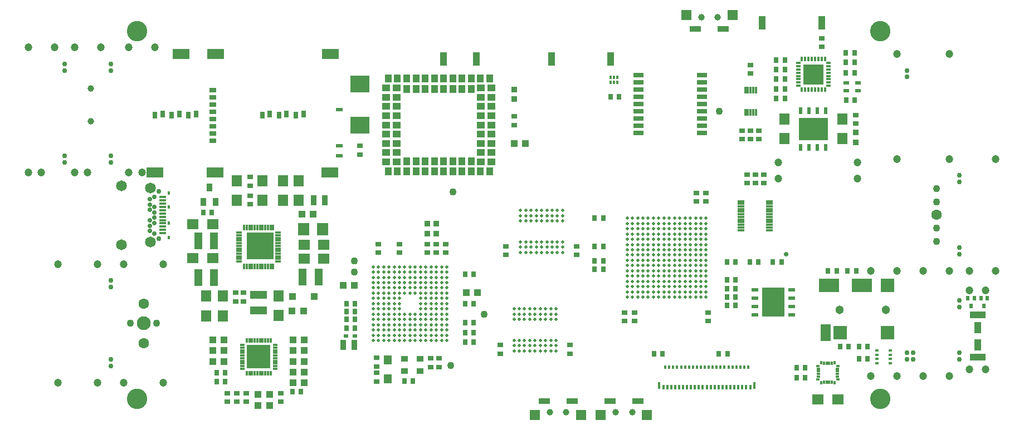
<source format=gbr>
G04 EAGLE Gerber RS-274X export*
G75*
%MOMM*%
%FSLAX34Y34*%
%LPD*%
%AMOC8*
5,1,8,0,0,1.08239X$1,22.5*%
G01*
%ADD10C,1.601600*%
%ADD11C,1.101600*%
%ADD12C,0.751600*%
%ADD13C,2.101600*%
%ADD14C,0.501600*%
%ADD15R,0.660400X0.863600*%
%ADD16R,0.401600X0.771600*%
%ADD17R,0.451600X1.101600*%
%ADD18R,0.401600X0.601600*%
%ADD19R,1.501600X1.701600*%
%ADD20R,0.863600X0.660400*%
%ADD21R,0.901600X0.901600*%
%ADD22R,0.863600X0.609600*%
%ADD23R,3.601600X3.601600*%
%ADD24R,0.301600X0.751600*%
%ADD25R,0.751600X0.301600*%
%ADD26R,1.778000X0.914400*%
%ADD27R,1.501600X1.501600*%
%ADD28C,1.001600*%
%ADD29R,0.990600X1.117600*%
%ADD30R,1.117600X0.863600*%
%ADD31R,1.244600X1.371600*%
%ADD32R,1.117600X0.990600*%
%ADD33R,1.101600X2.101600*%
%ADD34R,2.101600X2.101600*%
%ADD35R,3.101600X2.101600*%
%ADD36R,1.601600X2.601600*%
%ADD37C,1.301600*%
%ADD38R,0.401600X0.701600*%
%ADD39R,0.701600X0.401600*%
%ADD40R,3.101600X3.101600*%
%ADD41C,0.711200*%
%ADD42R,1.001600X0.401600*%
%ADD43C,1.641600*%
%ADD44R,0.601600X0.451600*%
%ADD45R,0.701600X0.601600*%
%ADD46R,0.901600X1.601600*%
%ADD47R,0.351600X0.501600*%
%ADD48R,0.351600X0.601600*%
%ADD49R,0.501600X0.351600*%
%ADD50R,0.601600X0.351600*%
%ADD51R,0.331600X1.101600*%
%ADD52C,1.201600*%
%ADD53R,0.601600X1.101600*%
%ADD54R,4.401600X3.501600*%
%ADD55R,1.101600X0.601600*%
%ADD56R,3.501600X4.401600*%
%ADD57R,1.001600X1.201600*%
%ADD58R,1.201600X1.001600*%
%ADD59R,1.101600X0.751600*%
%ADD60R,0.751600X1.101600*%
%ADD61R,2.501600X1.501600*%
%ADD62R,0.301600X0.951600*%
%ADD63R,0.951600X0.301600*%
%ADD64R,4.151600X4.151600*%
%ADD65R,1.301600X2.601600*%
%ADD66R,2.601600X1.301600*%
%ADD67R,1.701600X1.904600*%
%ADD68R,1.117600X1.117600*%
%ADD69R,1.701600X1.501600*%
%ADD70R,2.901600X2.501600*%
%ADD71R,1.001600X0.331600*%
%ADD72R,0.863600X1.168400*%
%ADD73R,2.401600X1.001600*%
%ADD74R,1.101600X1.701600*%
%ADD75R,0.501600X0.751600*%
%ADD76R,1.601600X0.801600*%
%ADD77C,0.701600*%
%ADD78C,3.101600*%


D10*
X1250000Y315000D03*
D11*
X1250000Y295000D03*
X1250000Y275000D03*
X1250000Y335000D03*
X1250000Y355000D03*
D12*
X-5000Y545000D03*
X-5000Y535000D03*
X-5000Y405000D03*
X-5000Y395000D03*
X-5000Y215000D03*
X-5000Y205000D03*
X-5000Y95000D03*
X-5000Y85000D03*
X1205000Y535000D03*
X1205000Y525000D03*
X1285000Y375000D03*
X1285000Y365000D03*
X1285000Y265000D03*
X1285000Y255000D03*
X1205000Y105000D03*
X1205000Y95000D03*
X1215000Y105000D03*
X1215000Y95000D03*
D13*
X45000Y150000D03*
D10*
X45000Y180000D03*
X45000Y120000D03*
D11*
X25000Y150000D03*
X65000Y150000D03*
D12*
X-75000Y395000D03*
X-75000Y405000D03*
X-75000Y535000D03*
X-75000Y545000D03*
X1285000Y185000D03*
X1285000Y175000D03*
X1285000Y95000D03*
X1285000Y105000D03*
D14*
X672000Y172000D03*
X672000Y164000D03*
X672000Y156000D03*
X672000Y124000D03*
X672000Y116000D03*
X672000Y108000D03*
X664000Y172000D03*
X664000Y164000D03*
X664000Y156000D03*
X664000Y124000D03*
X664000Y116000D03*
X664000Y108000D03*
X656000Y172000D03*
X656000Y164000D03*
X656000Y156000D03*
X656000Y124000D03*
X656000Y116000D03*
X656000Y108000D03*
X648000Y172000D03*
X648000Y164000D03*
X648000Y156000D03*
X648000Y124000D03*
X648000Y116000D03*
X648000Y108000D03*
X640000Y172000D03*
X640000Y164000D03*
X640000Y156000D03*
X640000Y124000D03*
X640000Y116000D03*
X640000Y108000D03*
X632000Y172000D03*
X632000Y164000D03*
X632000Y156000D03*
X632000Y124000D03*
X632000Y116000D03*
X632000Y108000D03*
X624000Y172000D03*
X624000Y164000D03*
X624000Y156000D03*
X624000Y124000D03*
X624000Y116000D03*
X624000Y108000D03*
X616000Y172000D03*
X616000Y164000D03*
X616000Y156000D03*
X616000Y124000D03*
X616000Y116000D03*
X616000Y108000D03*
X608000Y172000D03*
X608000Y164000D03*
X608000Y156000D03*
X608000Y124000D03*
X608000Y116000D03*
X608000Y108000D03*
D15*
X944500Y190000D03*
X931500Y190000D03*
X944500Y203000D03*
X931500Y203000D03*
X546500Y136000D03*
X533500Y136000D03*
D16*
X835000Y53000D03*
D17*
X828750Y55650D03*
D18*
X838000Y83650D03*
D16*
X841000Y53000D03*
D18*
X844000Y83650D03*
D16*
X847000Y53000D03*
D18*
X850000Y83650D03*
D16*
X853000Y53000D03*
D18*
X856000Y83650D03*
D16*
X859000Y53000D03*
D18*
X862000Y83650D03*
D16*
X865000Y53000D03*
D18*
X868000Y83650D03*
D16*
X871000Y53000D03*
D18*
X874000Y83650D03*
D16*
X877000Y53000D03*
D18*
X880000Y83650D03*
D16*
X883000Y53000D03*
D18*
X886000Y83650D03*
D16*
X889000Y53000D03*
D18*
X892000Y83650D03*
D16*
X895000Y53000D03*
D18*
X898000Y83650D03*
D16*
X901000Y53000D03*
D18*
X904000Y83650D03*
D16*
X907000Y53000D03*
D18*
X910000Y83650D03*
D16*
X913000Y53000D03*
D18*
X916000Y83650D03*
D16*
X919000Y53000D03*
D18*
X922000Y83650D03*
D16*
X925000Y53000D03*
D18*
X928000Y83650D03*
D16*
X931000Y53000D03*
D18*
X934000Y83650D03*
D16*
X937000Y53000D03*
D18*
X940000Y83650D03*
D16*
X943000Y53000D03*
D18*
X946000Y83650D03*
D16*
X949000Y53000D03*
D18*
X952000Y83650D03*
D16*
X955000Y53000D03*
D18*
X958000Y83650D03*
D16*
X961000Y53000D03*
D18*
X964000Y83650D03*
D16*
X967000Y53000D03*
D17*
X973250Y55650D03*
D19*
X1107000Y461000D03*
X1107000Y431000D03*
D15*
X1019500Y551000D03*
X1006500Y551000D03*
X1112500Y562000D03*
X1125500Y562000D03*
X1125500Y547000D03*
X1112500Y547000D03*
D20*
X1127500Y467000D03*
X1127500Y454000D03*
D15*
X1006500Y536500D03*
X1019500Y536500D03*
D21*
X1127500Y425500D03*
X1127500Y440500D03*
D22*
X1130625Y516300D03*
X1112963Y516300D03*
X1112963Y503700D03*
X1130625Y503700D03*
D15*
X1126000Y490000D03*
X1113000Y490000D03*
X1112500Y531500D03*
X1125500Y531500D03*
D23*
X220000Y99000D03*
D24*
X238000Y123800D03*
X234000Y123800D03*
X230000Y123800D03*
X226000Y123800D03*
X222000Y123800D03*
X218000Y123800D03*
X214000Y123800D03*
X210000Y123800D03*
X206000Y123800D03*
X202000Y123800D03*
D25*
X195200Y117000D03*
X195200Y113000D03*
X195200Y109000D03*
X195200Y105000D03*
X195200Y101000D03*
X195200Y97000D03*
X195200Y93000D03*
X195200Y89000D03*
X195200Y85000D03*
X195200Y81000D03*
D24*
X202000Y74200D03*
X206000Y74200D03*
X210000Y74200D03*
X214000Y74200D03*
X218000Y74200D03*
X222000Y74200D03*
X226000Y74200D03*
X230000Y74200D03*
X234000Y74200D03*
X238000Y74200D03*
D25*
X244800Y81000D03*
X244800Y85000D03*
X244800Y89000D03*
X244800Y93000D03*
X244800Y97000D03*
X244800Y101000D03*
X244800Y105000D03*
X244800Y109000D03*
X244800Y113000D03*
X244800Y117000D03*
D26*
X883750Y598000D03*
X926250Y598000D03*
D27*
X870000Y619250D03*
X940000Y619250D03*
D28*
X892500Y615500D03*
X917500Y615500D03*
D26*
X796250Y32000D03*
X753750Y32000D03*
D27*
X810000Y10750D03*
X740000Y10750D03*
D28*
X787500Y14500D03*
X762500Y14500D03*
D26*
X696250Y32000D03*
X653750Y32000D03*
D27*
X710000Y10750D03*
X640000Y10750D03*
D28*
X687500Y14500D03*
X662500Y14500D03*
D29*
X365500Y208000D03*
X348500Y208000D03*
X535500Y197000D03*
X552500Y197000D03*
D30*
X465300Y95975D03*
X441288Y95975D03*
X441288Y77025D03*
X465300Y77025D03*
D15*
X454500Y62500D03*
X441500Y62500D03*
D20*
X481000Y83500D03*
X481000Y96500D03*
X494000Y83500D03*
X494000Y96500D03*
D15*
X353500Y168000D03*
X366500Y168000D03*
X353500Y156000D03*
X366500Y156000D03*
D31*
X415950Y65613D03*
X415950Y94388D03*
D20*
X399000Y84500D03*
X399000Y97500D03*
X399000Y74500D03*
X399000Y61500D03*
D29*
X150500Y125000D03*
X167500Y125000D03*
D32*
X236500Y25150D03*
X236500Y42150D03*
X218700Y25000D03*
X218700Y42000D03*
D15*
X1114900Y230000D03*
X1127900Y230000D03*
X1116400Y114800D03*
X1103400Y114800D03*
X1132500Y114800D03*
X1145500Y114800D03*
X1098500Y230000D03*
X1085500Y230000D03*
D20*
X201000Y43500D03*
X201000Y30500D03*
D29*
X289500Y125000D03*
X272500Y125000D03*
X150500Y92000D03*
X167500Y92000D03*
X150500Y109000D03*
X167500Y109000D03*
D15*
X156200Y75000D03*
X169200Y75000D03*
D20*
X187000Y30500D03*
X187000Y43500D03*
X172000Y30500D03*
X172000Y43500D03*
D15*
X156200Y61250D03*
X169200Y61250D03*
D29*
X272500Y109000D03*
X289500Y109000D03*
X272500Y92000D03*
X289500Y92000D03*
X289500Y76000D03*
X272500Y76000D03*
X289500Y60000D03*
X272500Y60000D03*
D20*
X903000Y166500D03*
X903000Y153500D03*
X967500Y530000D03*
X967500Y543000D03*
X975000Y363500D03*
X975000Y376500D03*
X703000Y254000D03*
X703000Y267000D03*
X595500Y254000D03*
X595500Y267000D03*
X587000Y104000D03*
X587000Y117000D03*
X900000Y335500D03*
X900000Y348500D03*
D15*
X271150Y46000D03*
X284150Y46000D03*
D20*
X254000Y43500D03*
X254000Y30500D03*
D33*
X501000Y552000D03*
X551000Y552000D03*
X1075500Y607000D03*
X985500Y607000D03*
D34*
X1175400Y207800D03*
D35*
X1136400Y207800D03*
X1086400Y207800D03*
D34*
X1175400Y135800D03*
X1103400Y135800D03*
D36*
X1081400Y135800D03*
D37*
X1103000Y170500D03*
X1173000Y170500D03*
D20*
X1075600Y570700D03*
X1075600Y583700D03*
D15*
X1019500Y492000D03*
X1006500Y492000D03*
X1006500Y506500D03*
X1019500Y506500D03*
D20*
X476000Y270500D03*
X476000Y257500D03*
D21*
X476000Y301500D03*
X476000Y286500D03*
D15*
X833500Y103500D03*
X820500Y103500D03*
D38*
X1080500Y552000D03*
X1075500Y552000D03*
X1070500Y552000D03*
X1065500Y552000D03*
X1060500Y552000D03*
X1055500Y552000D03*
X1050500Y552000D03*
X1045500Y552000D03*
D39*
X1040000Y546500D03*
X1040000Y541500D03*
X1040000Y536500D03*
X1040000Y531500D03*
X1040000Y526500D03*
X1040000Y521500D03*
X1040000Y516500D03*
X1040000Y511500D03*
D38*
X1045500Y506000D03*
X1050500Y506000D03*
X1055500Y506000D03*
X1060500Y506000D03*
X1065500Y506000D03*
X1070500Y506000D03*
X1075500Y506000D03*
X1080500Y506000D03*
D39*
X1086000Y511500D03*
X1086000Y516500D03*
X1086000Y521500D03*
X1086000Y526500D03*
X1086000Y531500D03*
X1086000Y536500D03*
X1086000Y541500D03*
X1086000Y546500D03*
D40*
X1063000Y529000D03*
D15*
X919500Y103500D03*
X932500Y103500D03*
D20*
X980500Y443500D03*
X980500Y430500D03*
D12*
X68250Y350750D03*
D41*
X61750Y342750D03*
X54750Y338750D03*
X54750Y330750D03*
X61750Y326750D03*
X54750Y322750D03*
X61750Y318750D03*
X61750Y310750D03*
X54750Y306750D03*
X61750Y302750D03*
X54750Y298750D03*
X54750Y290750D03*
X61750Y286750D03*
D12*
X68250Y278750D03*
D42*
X73850Y342250D03*
X73850Y337250D03*
X73850Y332250D03*
X73850Y327250D03*
X73850Y322250D03*
X73850Y317250D03*
X73850Y312250D03*
X73850Y307250D03*
X73850Y302250D03*
X73850Y297250D03*
X73850Y292250D03*
X73850Y287250D03*
D18*
X83750Y348450D03*
X83750Y327250D03*
X83750Y302250D03*
X83750Y280950D03*
D43*
X55750Y356050D03*
X55750Y273450D03*
X11850Y359650D03*
X11850Y269850D03*
D15*
X944500Y243000D03*
X931500Y243000D03*
X979500Y243000D03*
X966500Y243000D03*
X1014500Y243000D03*
X1001500Y243000D03*
X743500Y310000D03*
X730500Y310000D03*
D44*
X1180250Y108750D03*
X1180250Y102250D03*
X1180250Y95750D03*
X1180250Y89250D03*
X1159750Y89250D03*
X1159750Y95750D03*
X1159750Y102250D03*
X1159750Y108750D03*
D15*
X1145500Y96000D03*
X1132500Y96000D03*
X743500Y245000D03*
X730500Y245000D03*
D20*
X962000Y363500D03*
X962000Y376500D03*
D45*
X353000Y131000D03*
X366000Y131000D03*
D46*
X365500Y117000D03*
X348500Y117000D03*
D47*
X1095000Y90025D03*
D48*
X1091000Y89500D03*
X1087000Y89500D03*
X1083000Y89500D03*
X1079000Y89500D03*
D47*
X1075000Y90025D03*
D49*
X1069975Y85000D03*
D50*
X1070500Y81000D03*
X1070500Y77000D03*
X1070500Y73000D03*
X1070500Y69000D03*
D49*
X1069975Y65000D03*
D47*
X1075000Y59975D03*
D48*
X1079000Y60500D03*
X1083000Y60500D03*
X1087000Y60500D03*
X1091000Y60500D03*
D47*
X1095000Y59975D03*
D49*
X1100025Y65000D03*
D50*
X1099500Y69000D03*
X1099500Y73000D03*
X1099500Y77000D03*
X1099500Y81000D03*
D49*
X1100025Y85000D03*
D15*
X1050500Y67500D03*
X1037500Y67500D03*
D51*
X959500Y471000D03*
X963500Y471000D03*
X967500Y471000D03*
X971500Y471000D03*
X975500Y471000D03*
X975500Y505000D03*
X971500Y505000D03*
X967500Y505000D03*
X963500Y505000D03*
X959500Y505000D03*
D28*
X-35000Y507500D03*
X-35000Y457500D03*
D15*
X1006500Y521500D03*
X1019500Y521500D03*
D52*
X15000Y240000D03*
X75000Y240000D03*
X42500Y380000D03*
X62500Y570000D03*
X22500Y380000D03*
X22500Y570000D03*
X1190000Y400000D03*
X1150000Y230000D03*
X1190000Y230000D03*
X1150000Y70000D03*
X1190000Y70000D03*
X1190000Y560000D03*
X-40000Y380000D03*
X-60000Y380000D03*
X-20000Y570000D03*
X-60000Y570000D03*
X1270000Y400000D03*
X1230000Y230000D03*
X1270000Y230000D03*
X1230000Y70000D03*
X1270000Y70000D03*
X1270000Y560000D03*
X1340000Y230000D03*
X1300000Y230000D03*
X1340000Y400000D03*
D14*
X682000Y322000D03*
X682000Y314000D03*
X682000Y306000D03*
X682000Y274000D03*
X682000Y266000D03*
X682000Y258000D03*
X674000Y322000D03*
X674000Y314000D03*
X674000Y306000D03*
X674000Y274000D03*
X674000Y266000D03*
X674000Y258000D03*
X666000Y322000D03*
X666000Y314000D03*
X666000Y306000D03*
X666000Y274000D03*
X666000Y266000D03*
X666000Y258000D03*
X658000Y322000D03*
X658000Y314000D03*
X658000Y306000D03*
X658000Y274000D03*
X658000Y266000D03*
X658000Y258000D03*
X650000Y322000D03*
X650000Y314000D03*
X650000Y306000D03*
X650000Y274000D03*
X650000Y266000D03*
X650000Y258000D03*
X642000Y322000D03*
X642000Y314000D03*
X642000Y306000D03*
X642000Y274000D03*
X642000Y266000D03*
X642000Y258000D03*
X634000Y322000D03*
X634000Y314000D03*
X634000Y306000D03*
X634000Y274000D03*
X634000Y266000D03*
X634000Y258000D03*
X626000Y322000D03*
X626000Y314000D03*
X626000Y306000D03*
X626000Y274000D03*
X626000Y266000D03*
X626000Y258000D03*
X618000Y322000D03*
X618000Y314000D03*
X618000Y306000D03*
X618000Y274000D03*
X618000Y266000D03*
X618000Y258000D03*
X900000Y190000D03*
X900000Y198000D03*
X900000Y206000D03*
X900000Y214000D03*
X900000Y222000D03*
X900000Y230000D03*
X900000Y238000D03*
X900000Y246000D03*
X900000Y254000D03*
X900000Y262000D03*
X900000Y270000D03*
X900000Y278000D03*
X900000Y286000D03*
X900000Y294000D03*
X900000Y302000D03*
X900000Y310000D03*
X892000Y190000D03*
X892000Y198000D03*
X892000Y206000D03*
X892000Y214000D03*
X892000Y222000D03*
X892000Y230000D03*
X892000Y238000D03*
X892000Y246000D03*
X892000Y254000D03*
X892000Y262000D03*
X892000Y270000D03*
X892000Y278000D03*
X892000Y286000D03*
X892000Y294000D03*
X892000Y302000D03*
X892000Y310000D03*
X884000Y190000D03*
X884000Y198000D03*
X884000Y206000D03*
X884000Y214000D03*
X884000Y222000D03*
X884000Y230000D03*
X884000Y238000D03*
X884000Y246000D03*
X884000Y254000D03*
X884000Y262000D03*
X884000Y270000D03*
X884000Y278000D03*
X884000Y286000D03*
X884000Y294000D03*
X884000Y302000D03*
X884000Y310000D03*
X876000Y190000D03*
X876000Y198000D03*
X876000Y206000D03*
X876000Y214000D03*
X876000Y222000D03*
X876000Y230000D03*
X876000Y238000D03*
X876000Y246000D03*
X876000Y254000D03*
X876000Y262000D03*
X876000Y270000D03*
X876000Y278000D03*
X876000Y286000D03*
X876000Y294000D03*
X876000Y302000D03*
X876000Y310000D03*
X868000Y190000D03*
X868000Y198000D03*
X868000Y206000D03*
X868000Y214000D03*
X868000Y222000D03*
X868000Y230000D03*
X868000Y238000D03*
X868000Y246000D03*
X868000Y254000D03*
X868000Y262000D03*
X868000Y270000D03*
X868000Y278000D03*
X868000Y286000D03*
X868000Y294000D03*
X868000Y302000D03*
X868000Y310000D03*
X860000Y190000D03*
X860000Y198000D03*
X860000Y206000D03*
X860000Y214000D03*
X860000Y222000D03*
X860000Y230000D03*
X860000Y238000D03*
X860000Y246000D03*
X860000Y254000D03*
X860000Y262000D03*
X860000Y270000D03*
X860000Y278000D03*
X860000Y286000D03*
X860000Y294000D03*
X860000Y302000D03*
X860000Y310000D03*
X852000Y190000D03*
X852000Y198000D03*
X852000Y206000D03*
X852000Y214000D03*
X852000Y222000D03*
X852000Y230000D03*
X852000Y238000D03*
X852000Y246000D03*
X852000Y254000D03*
X852000Y262000D03*
X852000Y270000D03*
X852000Y278000D03*
X852000Y286000D03*
X852000Y294000D03*
X852000Y302000D03*
X852000Y310000D03*
X844000Y190000D03*
X844000Y198000D03*
X844000Y206000D03*
X844000Y214000D03*
X844000Y222000D03*
X844000Y230000D03*
X844000Y238000D03*
X844000Y246000D03*
X844000Y254000D03*
X844000Y262000D03*
X844000Y270000D03*
X844000Y278000D03*
X844000Y286000D03*
X844000Y294000D03*
X844000Y302000D03*
X844000Y310000D03*
X836000Y190000D03*
X836000Y198000D03*
X836000Y206000D03*
X836000Y214000D03*
X836000Y222000D03*
X836000Y230000D03*
X836000Y238000D03*
X836000Y246000D03*
X836000Y254000D03*
X836000Y262000D03*
X836000Y270000D03*
X836000Y278000D03*
X836000Y286000D03*
X836000Y294000D03*
X836000Y302000D03*
X836000Y310000D03*
X828000Y190000D03*
X828000Y198000D03*
X828000Y206000D03*
X828000Y214000D03*
X828000Y222000D03*
X828000Y230000D03*
X828000Y238000D03*
X828000Y246000D03*
X828000Y254000D03*
X828000Y262000D03*
X828000Y270000D03*
X828000Y278000D03*
X828000Y286000D03*
X828000Y294000D03*
X828000Y302000D03*
X828000Y310000D03*
X820000Y190000D03*
X820000Y198000D03*
X820000Y206000D03*
X820000Y214000D03*
X820000Y222000D03*
X820000Y230000D03*
X820000Y238000D03*
X820000Y246000D03*
X820000Y254000D03*
X820000Y262000D03*
X820000Y270000D03*
X820000Y278000D03*
X820000Y286000D03*
X820000Y294000D03*
X820000Y302000D03*
X820000Y310000D03*
X812000Y190000D03*
X812000Y198000D03*
X812000Y206000D03*
X812000Y214000D03*
X812000Y222000D03*
X812000Y230000D03*
X812000Y238000D03*
X812000Y246000D03*
X812000Y254000D03*
X812000Y262000D03*
X812000Y270000D03*
X812000Y278000D03*
X812000Y286000D03*
X812000Y294000D03*
X812000Y302000D03*
X812000Y310000D03*
X804000Y190000D03*
X804000Y198000D03*
X804000Y206000D03*
X804000Y214000D03*
X804000Y222000D03*
X804000Y230000D03*
X804000Y238000D03*
X804000Y246000D03*
X804000Y254000D03*
X804000Y262000D03*
X804000Y270000D03*
X804000Y278000D03*
X804000Y286000D03*
X804000Y294000D03*
X804000Y302000D03*
X804000Y310000D03*
X796000Y190000D03*
X796000Y198000D03*
X796000Y206000D03*
X796000Y214000D03*
X796000Y222000D03*
X796000Y230000D03*
X796000Y238000D03*
X796000Y246000D03*
X796000Y254000D03*
X796000Y262000D03*
X796000Y270000D03*
X796000Y278000D03*
X796000Y286000D03*
X796000Y294000D03*
X796000Y302000D03*
X796000Y310000D03*
X788000Y190000D03*
X788000Y198000D03*
X788000Y206000D03*
X788000Y214000D03*
X788000Y222000D03*
X788000Y230000D03*
X788000Y238000D03*
X788000Y246000D03*
X788000Y254000D03*
X788000Y262000D03*
X788000Y270000D03*
X788000Y278000D03*
X788000Y286000D03*
X788000Y294000D03*
X788000Y302000D03*
X788000Y310000D03*
X780000Y190000D03*
X780000Y198000D03*
X780000Y206000D03*
X780000Y214000D03*
X780000Y222000D03*
X780000Y230000D03*
X780000Y238000D03*
X780000Y246000D03*
X780000Y254000D03*
X780000Y262000D03*
X780000Y270000D03*
X780000Y278000D03*
X780000Y286000D03*
X780000Y294000D03*
X780000Y302000D03*
X780000Y310000D03*
X394000Y124000D03*
X402000Y124000D03*
X410000Y124000D03*
X418000Y124000D03*
X426000Y124000D03*
X434000Y124000D03*
X442000Y124000D03*
X450000Y124000D03*
X458000Y124000D03*
X466000Y124000D03*
X474000Y124000D03*
X482000Y124000D03*
X490000Y124000D03*
X498000Y124000D03*
X506000Y124000D03*
X394000Y132000D03*
X402000Y132000D03*
X410000Y132000D03*
X418000Y132000D03*
X426000Y132000D03*
X434000Y132000D03*
X442000Y132000D03*
X450000Y132000D03*
X458000Y132000D03*
X466000Y132000D03*
X474000Y132000D03*
X482000Y132000D03*
X490000Y132000D03*
X498000Y132000D03*
X506000Y132000D03*
X394000Y140000D03*
X402000Y140000D03*
X410000Y140000D03*
X418000Y140000D03*
X426000Y140000D03*
X434000Y140000D03*
X442000Y140000D03*
X450000Y140000D03*
X458000Y140000D03*
X466000Y140000D03*
X474000Y140000D03*
X482000Y140000D03*
X490000Y140000D03*
X498000Y140000D03*
X506000Y140000D03*
X394000Y148000D03*
X402000Y148000D03*
X410000Y148000D03*
X418000Y148000D03*
X426000Y148000D03*
X434000Y148000D03*
X442000Y148000D03*
X450000Y148000D03*
X458000Y148000D03*
X466000Y148000D03*
X474000Y148000D03*
X482000Y148000D03*
X490000Y148000D03*
X498000Y148000D03*
X506000Y148000D03*
X394000Y156000D03*
X402000Y156000D03*
X410000Y156000D03*
X418000Y156000D03*
X426000Y156000D03*
X434000Y156000D03*
X442000Y156000D03*
X450000Y156000D03*
X458000Y156000D03*
X466000Y156000D03*
X474000Y156000D03*
X482000Y156000D03*
X490000Y156000D03*
X498000Y156000D03*
X506000Y156000D03*
X394000Y164000D03*
X402000Y164000D03*
X410000Y164000D03*
X418000Y164000D03*
X426000Y164000D03*
X434000Y164000D03*
X442000Y164000D03*
X450000Y164000D03*
X458000Y164000D03*
X466000Y164000D03*
X474000Y164000D03*
X482000Y164000D03*
X490000Y164000D03*
X498000Y164000D03*
X506000Y164000D03*
X394000Y172000D03*
X402000Y172000D03*
X410000Y172000D03*
X418000Y172000D03*
X426000Y172000D03*
X434000Y172000D03*
X466000Y172000D03*
X474000Y172000D03*
X482000Y172000D03*
X490000Y172000D03*
X498000Y172000D03*
X506000Y172000D03*
X394000Y180000D03*
X402000Y180000D03*
X410000Y180000D03*
X418000Y180000D03*
X426000Y180000D03*
X434000Y180000D03*
X466000Y180000D03*
X474000Y180000D03*
X482000Y180000D03*
X490000Y180000D03*
X498000Y180000D03*
X506000Y180000D03*
X394000Y188000D03*
X402000Y188000D03*
X410000Y188000D03*
X418000Y188000D03*
X426000Y188000D03*
X434000Y188000D03*
X466000Y188000D03*
X474000Y188000D03*
X482000Y188000D03*
X490000Y188000D03*
X498000Y188000D03*
X506000Y188000D03*
X394000Y196000D03*
X402000Y196000D03*
X410000Y196000D03*
X418000Y196000D03*
X426000Y196000D03*
X434000Y196000D03*
X442000Y196000D03*
X450000Y196000D03*
X458000Y196000D03*
X466000Y196000D03*
X474000Y196000D03*
X482000Y196000D03*
X490000Y196000D03*
X498000Y196000D03*
X506000Y196000D03*
X394000Y204000D03*
X402000Y204000D03*
X410000Y204000D03*
X418000Y204000D03*
X426000Y204000D03*
X434000Y204000D03*
X442000Y204000D03*
X450000Y204000D03*
X458000Y204000D03*
X466000Y204000D03*
X474000Y204000D03*
X482000Y204000D03*
X490000Y204000D03*
X498000Y204000D03*
X506000Y204000D03*
X394000Y212000D03*
X402000Y212000D03*
X410000Y212000D03*
X418000Y212000D03*
X426000Y212000D03*
X434000Y212000D03*
X442000Y212000D03*
X450000Y212000D03*
X458000Y212000D03*
X466000Y212000D03*
X474000Y212000D03*
X482000Y212000D03*
X490000Y212000D03*
X498000Y212000D03*
X506000Y212000D03*
X394000Y220000D03*
X402000Y220000D03*
X410000Y220000D03*
X418000Y220000D03*
X426000Y220000D03*
X434000Y220000D03*
X442000Y220000D03*
X450000Y220000D03*
X458000Y220000D03*
X466000Y220000D03*
X474000Y220000D03*
X482000Y220000D03*
X490000Y220000D03*
X498000Y220000D03*
X506000Y220000D03*
X394000Y228000D03*
X402000Y228000D03*
X410000Y228000D03*
X418000Y228000D03*
X426000Y228000D03*
X434000Y228000D03*
X442000Y228000D03*
X450000Y228000D03*
X458000Y228000D03*
X466000Y228000D03*
X474000Y228000D03*
X482000Y228000D03*
X490000Y228000D03*
X498000Y228000D03*
X506000Y228000D03*
X394000Y236000D03*
X402000Y236000D03*
X410000Y236000D03*
X418000Y236000D03*
X426000Y236000D03*
X434000Y236000D03*
X442000Y236000D03*
X450000Y236000D03*
X458000Y236000D03*
X466000Y236000D03*
X474000Y236000D03*
X482000Y236000D03*
X490000Y236000D03*
X498000Y236000D03*
X506000Y236000D03*
D53*
X1043950Y418000D03*
X1056650Y418000D03*
X1069350Y418000D03*
X1082050Y418000D03*
X1082050Y474000D03*
X1069350Y474000D03*
X1056650Y474000D03*
X1043950Y474000D03*
D54*
X1063000Y446000D03*
D20*
X693000Y104000D03*
X693000Y117000D03*
D55*
X974000Y201050D03*
X974000Y188350D03*
X974000Y175650D03*
X974000Y162950D03*
X1030000Y162950D03*
X1030000Y175650D03*
X1030000Y188350D03*
X1030000Y201050D03*
D56*
X1002000Y182000D03*
D57*
X417000Y381000D03*
X431000Y381000D03*
X445000Y381000D03*
X459000Y381000D03*
X473000Y381000D03*
X487000Y381000D03*
X501000Y381000D03*
X515000Y381000D03*
X529000Y381000D03*
X543000Y381000D03*
X557000Y381000D03*
X571000Y381000D03*
X445000Y397000D03*
D58*
X430000Y396000D03*
X414000Y396000D03*
X430000Y410000D03*
X414000Y410000D03*
X414000Y508000D03*
X414000Y494000D03*
X414000Y480000D03*
X414000Y466000D03*
X414000Y452000D03*
X414000Y438000D03*
X414000Y424000D03*
D57*
X543000Y397000D03*
D58*
X558000Y396000D03*
X574000Y396000D03*
X574000Y410000D03*
X574000Y424000D03*
X574000Y438000D03*
X574000Y452000D03*
X574000Y466000D03*
X574000Y480000D03*
X574000Y494000D03*
X574000Y508000D03*
X558000Y508000D03*
X430000Y508000D03*
D57*
X571000Y523000D03*
X557000Y523000D03*
X543000Y523000D03*
X529000Y523000D03*
X515000Y523000D03*
X501000Y523000D03*
X487000Y523000D03*
X473000Y523000D03*
X459000Y523000D03*
X445000Y523000D03*
X431000Y523000D03*
X417000Y523000D03*
D58*
X430000Y494000D03*
X430000Y480000D03*
X430000Y466000D03*
X430000Y452000D03*
X430000Y438000D03*
X430000Y424000D03*
D57*
X459000Y397000D03*
X473000Y397000D03*
X487000Y397000D03*
X501000Y397000D03*
X515000Y397000D03*
X529000Y397000D03*
D58*
X558000Y410000D03*
X558000Y424000D03*
X558000Y438000D03*
X558000Y452000D03*
X558000Y466000D03*
X558000Y480000D03*
X558000Y494000D03*
D57*
X543000Y507000D03*
X529000Y507000D03*
X515000Y507000D03*
X501000Y507000D03*
X487000Y507000D03*
X473000Y507000D03*
X459000Y507000D03*
X445000Y507000D03*
D59*
X150000Y428000D03*
X150000Y439000D03*
X150000Y450000D03*
X150000Y461000D03*
X150000Y472000D03*
X150000Y483000D03*
X150000Y494000D03*
X150000Y505000D03*
D60*
X225500Y466500D03*
X251000Y466500D03*
X276500Y466500D03*
X237000Y468500D03*
X262500Y468500D03*
X288000Y468500D03*
D55*
X342500Y405000D03*
X342500Y420000D03*
D61*
X62500Y380000D03*
X154000Y380000D03*
X328500Y380000D03*
X329000Y560000D03*
X154500Y560000D03*
X102500Y560000D03*
D55*
X342500Y475000D03*
D60*
X62500Y466500D03*
X88000Y466500D03*
X113500Y466500D03*
X74000Y468500D03*
X99500Y468500D03*
X125000Y468500D03*
D62*
X242000Y295500D03*
X238000Y295500D03*
X234000Y295500D03*
X230000Y295500D03*
X226000Y295500D03*
X222000Y295500D03*
X218000Y295500D03*
X214000Y295500D03*
X210000Y295500D03*
X206000Y295500D03*
X202000Y295500D03*
X198000Y295500D03*
D63*
X190500Y288000D03*
X190500Y284000D03*
X190500Y280000D03*
X190500Y276000D03*
X190500Y272000D03*
X190500Y268000D03*
X190500Y264000D03*
X190500Y260000D03*
X190500Y256000D03*
X190500Y252000D03*
X190500Y248000D03*
X190500Y244000D03*
D62*
X198000Y236500D03*
X202000Y236500D03*
X206000Y236500D03*
X210000Y236500D03*
X214000Y236500D03*
X218000Y236500D03*
X222000Y236500D03*
X226000Y236500D03*
X230000Y236500D03*
X234000Y236500D03*
X238000Y236500D03*
X242000Y236500D03*
D63*
X249500Y244000D03*
X249500Y248000D03*
X249500Y252000D03*
X249500Y256000D03*
X249500Y260000D03*
X249500Y264000D03*
X249500Y268000D03*
X249500Y272000D03*
X249500Y276000D03*
X249500Y280000D03*
X249500Y284000D03*
X249500Y288000D03*
D64*
X222000Y268000D03*
D29*
X288000Y169000D03*
X271000Y169000D03*
D65*
X152000Y275100D03*
X128000Y275100D03*
X128000Y219500D03*
X152000Y219500D03*
D66*
X220000Y193500D03*
X220000Y169500D03*
D65*
X311000Y220500D03*
X287000Y220500D03*
D29*
X302500Y316000D03*
X285500Y316000D03*
D67*
X288780Y293000D03*
X317220Y293000D03*
D19*
X187000Y337000D03*
X187000Y367000D03*
D20*
X207000Y344500D03*
X207000Y331500D03*
X207000Y372500D03*
X207000Y359500D03*
D68*
X271440Y191050D03*
X304360Y191050D03*
D69*
X289000Y248000D03*
X319000Y248000D03*
X289000Y270000D03*
X319000Y270000D03*
D19*
X226000Y337000D03*
X226000Y367000D03*
D70*
X374000Y514500D03*
X374000Y451500D03*
D19*
X250300Y191800D03*
X250300Y161800D03*
D69*
X150000Y301000D03*
X120000Y301000D03*
D71*
X953206Y336000D03*
X953206Y332000D03*
X953206Y328000D03*
X953206Y324000D03*
X953206Y320000D03*
X953206Y316000D03*
X953206Y312000D03*
X953206Y308000D03*
X953206Y304000D03*
X953206Y300000D03*
X953206Y296000D03*
X953206Y292000D03*
X996394Y336000D03*
X996394Y332000D03*
X996394Y328000D03*
X996394Y324000D03*
X996394Y320000D03*
X996394Y316000D03*
X996394Y312000D03*
X996394Y308000D03*
X996394Y304000D03*
X996394Y300000D03*
X996394Y296000D03*
X996394Y292000D03*
D19*
X257000Y337000D03*
X257000Y367000D03*
D11*
X365000Y245000D03*
X365000Y228000D03*
D19*
X166000Y191500D03*
X166000Y161500D03*
D72*
X145500Y356500D03*
X155000Y334500D03*
X136000Y334500D03*
D15*
X149000Y319000D03*
X136000Y319000D03*
D20*
X185000Y183500D03*
X185000Y196500D03*
X197000Y196500D03*
X197000Y183500D03*
D15*
X366500Y143000D03*
X353500Y143000D03*
D20*
X967500Y430500D03*
X967500Y443500D03*
X954500Y430500D03*
X954500Y443500D03*
D15*
X1050500Y82500D03*
X1037500Y82500D03*
D69*
X1070000Y34000D03*
X1100000Y34000D03*
D20*
X490000Y270500D03*
X490000Y257500D03*
D21*
X490000Y301500D03*
X490000Y286500D03*
D20*
X608000Y465000D03*
X608000Y452000D03*
D21*
X608000Y506000D03*
X608000Y491000D03*
D20*
X988000Y363500D03*
X988000Y376500D03*
D15*
X743500Y232000D03*
X730500Y232000D03*
D20*
X402000Y257500D03*
X402000Y270500D03*
D15*
X366500Y180000D03*
X353500Y180000D03*
X533500Y121000D03*
X546500Y121000D03*
D20*
X504000Y257500D03*
X504000Y270500D03*
D15*
X533500Y180000D03*
X546500Y180000D03*
D20*
X776000Y166500D03*
X776000Y153500D03*
D15*
X944500Y177000D03*
X931500Y177000D03*
D52*
X-90000Y570000D03*
X-130000Y570000D03*
X-110000Y380000D03*
X-130000Y380000D03*
D73*
X1312500Y162500D03*
X1312500Y98500D03*
D74*
X1312500Y143500D03*
X1312500Y117500D03*
D52*
X1325000Y80000D03*
X1325000Y200000D03*
D15*
X743500Y267000D03*
X730500Y267000D03*
D52*
X1300000Y200000D03*
D20*
X434000Y270500D03*
X434000Y257500D03*
D15*
X931500Y216000D03*
X944500Y216000D03*
D52*
X1130000Y395000D03*
X1010000Y395000D03*
X1010000Y370000D03*
D75*
X1327500Y188250D03*
X1322500Y176750D03*
X1317500Y188250D03*
D52*
X15000Y60000D03*
X75000Y60000D03*
X-85000Y240000D03*
X-25000Y240000D03*
X-85000Y60000D03*
X-25000Y60000D03*
D69*
X150000Y249000D03*
X120000Y249000D03*
D15*
X533500Y225000D03*
X546500Y225000D03*
D76*
X894000Y439500D03*
X894000Y450500D03*
X894000Y461500D03*
X894000Y472500D03*
X894000Y483500D03*
X894000Y494500D03*
X894000Y505500D03*
X894000Y516500D03*
X894000Y527500D03*
X797000Y527500D03*
X797000Y516500D03*
X797000Y505500D03*
X797000Y494500D03*
X797000Y483500D03*
X797000Y472500D03*
X797000Y461500D03*
X797000Y450500D03*
X797000Y439500D03*
D33*
X755000Y552000D03*
X665000Y552000D03*
D18*
X765000Y524500D03*
X760000Y524500D03*
X755000Y524500D03*
X755000Y516500D03*
X760000Y516500D03*
X765000Y516500D03*
D52*
X1300000Y80000D03*
X1130000Y370000D03*
D75*
X1307500Y188250D03*
X1302500Y176750D03*
X1297500Y188250D03*
D46*
X320500Y337000D03*
X303500Y337000D03*
D19*
X281000Y337000D03*
X281000Y367000D03*
D15*
X768000Y495000D03*
X755000Y495000D03*
D19*
X140000Y191500D03*
X140000Y161500D03*
D77*
X1021500Y255500D03*
D11*
X512000Y86000D03*
X515000Y350000D03*
D29*
X608500Y424000D03*
X625500Y424000D03*
D11*
X920000Y472500D03*
X563000Y164000D03*
D20*
X791000Y166500D03*
X791000Y153500D03*
X885000Y335500D03*
X885000Y348500D03*
D19*
X1019000Y431000D03*
X1019000Y461000D03*
D15*
X546500Y151000D03*
X533500Y151000D03*
D20*
X374000Y407000D03*
X374000Y420000D03*
D78*
X1165000Y35000D03*
X1165000Y595000D03*
X35000Y595000D03*
X35000Y35000D03*
M02*

</source>
